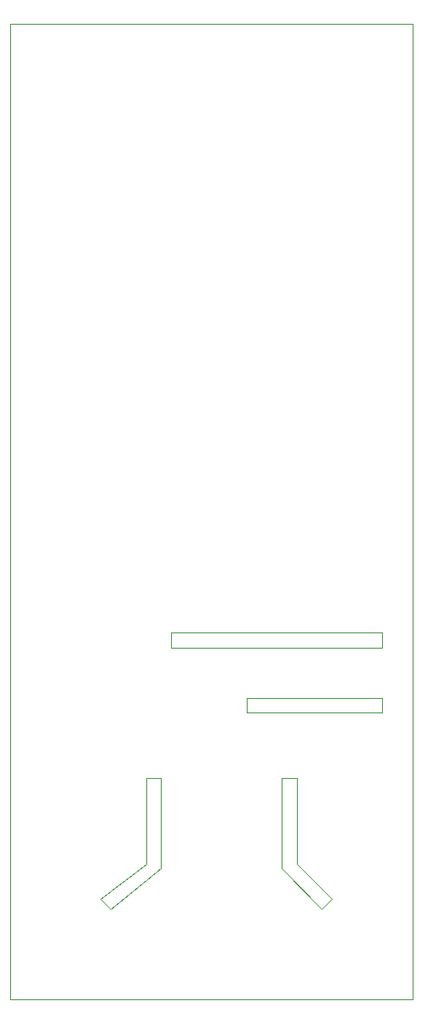
<source format=gbr>
%TF.GenerationSoftware,KiCad,Pcbnew,7.0.8*%
%TF.CreationDate,2023-10-09T03:06:34-07:00*%
%TF.ProjectId,PZEM-Stack R1,505a454d-2d53-4746-9163-6b2052312e6b,rev?*%
%TF.SameCoordinates,Original*%
%TF.FileFunction,Profile,NP*%
%FSLAX46Y46*%
G04 Gerber Fmt 4.6, Leading zero omitted, Abs format (unit mm)*
G04 Created by KiCad (PCBNEW 7.0.8) date 2023-10-09 03:06:34*
%MOMM*%
%LPD*%
G01*
G04 APERTURE LIST*
%TA.AperFunction,Profile*%
%ADD10C,0.050000*%
%TD*%
G04 APERTURE END LIST*
D10*
X32000000Y10000000D02*
X31000000Y9000000D01*
X13500000Y13500000D02*
X9000000Y10000000D01*
X9000000Y10000000D02*
X10000000Y9000000D01*
X0Y0D02*
X40000000Y0D01*
X27000000Y13000000D02*
X27000000Y22000000D01*
X15000000Y13000000D02*
X15000000Y22000000D01*
X37000000Y35000000D02*
X37000000Y36500000D01*
X37000000Y30000000D02*
X23500000Y30000000D01*
X37000000Y28500000D02*
X37000000Y30000000D01*
X16000000Y35000000D02*
X37000000Y35000000D01*
X10000000Y9000000D02*
X15000000Y13000000D01*
X40000000Y97000000D02*
X0Y97000000D01*
X27000000Y22000000D02*
X28500000Y22000000D01*
X28500000Y13500000D02*
X32000000Y10000000D01*
X37000000Y36500000D02*
X16000000Y36500000D01*
X16000000Y36500000D02*
X16000000Y35000000D01*
X23500000Y28500000D02*
X37000000Y28500000D01*
X15000000Y22000000D02*
X13500000Y22000000D01*
X23500000Y30000000D02*
X23500000Y28500000D01*
X13500000Y22000000D02*
X13500000Y13500000D01*
X31000000Y9000000D02*
X27000000Y13000000D01*
X40000000Y0D02*
X40000000Y97000000D01*
X28500000Y22000000D02*
X28500000Y13500000D01*
X0Y97000000D02*
X0Y0D01*
M02*

</source>
